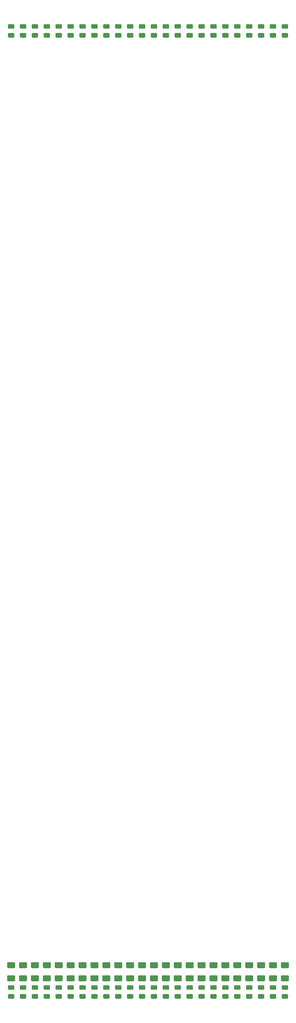
<source format=gbr>
%TF.GenerationSoftware,KiCad,Pcbnew,(5.1.10-1-10_14)*%
%TF.CreationDate,2021-10-20T12:30:06-04:00*%
%TF.ProjectId,16-bit-bus-prototype,31362d62-6974-42d6-9275-732d70726f74,rev?*%
%TF.SameCoordinates,Original*%
%TF.FileFunction,Paste,Top*%
%TF.FilePolarity,Positive*%
%FSLAX46Y46*%
G04 Gerber Fmt 4.6, Leading zero omitted, Abs format (unit mm)*
G04 Created by KiCad (PCBNEW (5.1.10-1-10_14)) date 2021-10-20 12:30:06*
%MOMM*%
%LPD*%
G01*
G04 APERTURE LIST*
G04 APERTURE END LIST*
%TO.C,R48*%
G36*
G01*
X129083750Y-87572000D02*
X129996250Y-87572000D01*
G75*
G02*
X130240000Y-87815750I0J-243750D01*
G01*
X130240000Y-88303250D01*
G75*
G02*
X129996250Y-88547000I-243750J0D01*
G01*
X129083750Y-88547000D01*
G75*
G02*
X128840000Y-88303250I0J243750D01*
G01*
X128840000Y-87815750D01*
G75*
G02*
X129083750Y-87572000I243750J0D01*
G01*
G37*
G36*
G01*
X129083750Y-85697000D02*
X129996250Y-85697000D01*
G75*
G02*
X130240000Y-85940750I0J-243750D01*
G01*
X130240000Y-86428250D01*
G75*
G02*
X129996250Y-86672000I-243750J0D01*
G01*
X129083750Y-86672000D01*
G75*
G02*
X128840000Y-86428250I0J243750D01*
G01*
X128840000Y-85940750D01*
G75*
G02*
X129083750Y-85697000I243750J0D01*
G01*
G37*
%TD*%
%TO.C,R47*%
G36*
G01*
X126543750Y-87572000D02*
X127456250Y-87572000D01*
G75*
G02*
X127700000Y-87815750I0J-243750D01*
G01*
X127700000Y-88303250D01*
G75*
G02*
X127456250Y-88547000I-243750J0D01*
G01*
X126543750Y-88547000D01*
G75*
G02*
X126300000Y-88303250I0J243750D01*
G01*
X126300000Y-87815750D01*
G75*
G02*
X126543750Y-87572000I243750J0D01*
G01*
G37*
G36*
G01*
X126543750Y-85697000D02*
X127456250Y-85697000D01*
G75*
G02*
X127700000Y-85940750I0J-243750D01*
G01*
X127700000Y-86428250D01*
G75*
G02*
X127456250Y-86672000I-243750J0D01*
G01*
X126543750Y-86672000D01*
G75*
G02*
X126300000Y-86428250I0J243750D01*
G01*
X126300000Y-85940750D01*
G75*
G02*
X126543750Y-85697000I243750J0D01*
G01*
G37*
%TD*%
%TO.C,R46*%
G36*
G01*
X124003750Y-87572000D02*
X124916250Y-87572000D01*
G75*
G02*
X125160000Y-87815750I0J-243750D01*
G01*
X125160000Y-88303250D01*
G75*
G02*
X124916250Y-88547000I-243750J0D01*
G01*
X124003750Y-88547000D01*
G75*
G02*
X123760000Y-88303250I0J243750D01*
G01*
X123760000Y-87815750D01*
G75*
G02*
X124003750Y-87572000I243750J0D01*
G01*
G37*
G36*
G01*
X124003750Y-85697000D02*
X124916250Y-85697000D01*
G75*
G02*
X125160000Y-85940750I0J-243750D01*
G01*
X125160000Y-86428250D01*
G75*
G02*
X124916250Y-86672000I-243750J0D01*
G01*
X124003750Y-86672000D01*
G75*
G02*
X123760000Y-86428250I0J243750D01*
G01*
X123760000Y-85940750D01*
G75*
G02*
X124003750Y-85697000I243750J0D01*
G01*
G37*
%TD*%
%TO.C,R45*%
G36*
G01*
X121463750Y-87572000D02*
X122376250Y-87572000D01*
G75*
G02*
X122620000Y-87815750I0J-243750D01*
G01*
X122620000Y-88303250D01*
G75*
G02*
X122376250Y-88547000I-243750J0D01*
G01*
X121463750Y-88547000D01*
G75*
G02*
X121220000Y-88303250I0J243750D01*
G01*
X121220000Y-87815750D01*
G75*
G02*
X121463750Y-87572000I243750J0D01*
G01*
G37*
G36*
G01*
X121463750Y-85697000D02*
X122376250Y-85697000D01*
G75*
G02*
X122620000Y-85940750I0J-243750D01*
G01*
X122620000Y-86428250D01*
G75*
G02*
X122376250Y-86672000I-243750J0D01*
G01*
X121463750Y-86672000D01*
G75*
G02*
X121220000Y-86428250I0J243750D01*
G01*
X121220000Y-85940750D01*
G75*
G02*
X121463750Y-85697000I243750J0D01*
G01*
G37*
%TD*%
%TO.C,R44*%
G36*
G01*
X118923750Y-87572000D02*
X119836250Y-87572000D01*
G75*
G02*
X120080000Y-87815750I0J-243750D01*
G01*
X120080000Y-88303250D01*
G75*
G02*
X119836250Y-88547000I-243750J0D01*
G01*
X118923750Y-88547000D01*
G75*
G02*
X118680000Y-88303250I0J243750D01*
G01*
X118680000Y-87815750D01*
G75*
G02*
X118923750Y-87572000I243750J0D01*
G01*
G37*
G36*
G01*
X118923750Y-85697000D02*
X119836250Y-85697000D01*
G75*
G02*
X120080000Y-85940750I0J-243750D01*
G01*
X120080000Y-86428250D01*
G75*
G02*
X119836250Y-86672000I-243750J0D01*
G01*
X118923750Y-86672000D01*
G75*
G02*
X118680000Y-86428250I0J243750D01*
G01*
X118680000Y-85940750D01*
G75*
G02*
X118923750Y-85697000I243750J0D01*
G01*
G37*
%TD*%
%TO.C,R43*%
G36*
G01*
X116383750Y-87572000D02*
X117296250Y-87572000D01*
G75*
G02*
X117540000Y-87815750I0J-243750D01*
G01*
X117540000Y-88303250D01*
G75*
G02*
X117296250Y-88547000I-243750J0D01*
G01*
X116383750Y-88547000D01*
G75*
G02*
X116140000Y-88303250I0J243750D01*
G01*
X116140000Y-87815750D01*
G75*
G02*
X116383750Y-87572000I243750J0D01*
G01*
G37*
G36*
G01*
X116383750Y-85697000D02*
X117296250Y-85697000D01*
G75*
G02*
X117540000Y-85940750I0J-243750D01*
G01*
X117540000Y-86428250D01*
G75*
G02*
X117296250Y-86672000I-243750J0D01*
G01*
X116383750Y-86672000D01*
G75*
G02*
X116140000Y-86428250I0J243750D01*
G01*
X116140000Y-85940750D01*
G75*
G02*
X116383750Y-85697000I243750J0D01*
G01*
G37*
%TD*%
%TO.C,R42*%
G36*
G01*
X113843750Y-87572000D02*
X114756250Y-87572000D01*
G75*
G02*
X115000000Y-87815750I0J-243750D01*
G01*
X115000000Y-88303250D01*
G75*
G02*
X114756250Y-88547000I-243750J0D01*
G01*
X113843750Y-88547000D01*
G75*
G02*
X113600000Y-88303250I0J243750D01*
G01*
X113600000Y-87815750D01*
G75*
G02*
X113843750Y-87572000I243750J0D01*
G01*
G37*
G36*
G01*
X113843750Y-85697000D02*
X114756250Y-85697000D01*
G75*
G02*
X115000000Y-85940750I0J-243750D01*
G01*
X115000000Y-86428250D01*
G75*
G02*
X114756250Y-86672000I-243750J0D01*
G01*
X113843750Y-86672000D01*
G75*
G02*
X113600000Y-86428250I0J243750D01*
G01*
X113600000Y-85940750D01*
G75*
G02*
X113843750Y-85697000I243750J0D01*
G01*
G37*
%TD*%
%TO.C,R41*%
G36*
G01*
X111303750Y-87572000D02*
X112216250Y-87572000D01*
G75*
G02*
X112460000Y-87815750I0J-243750D01*
G01*
X112460000Y-88303250D01*
G75*
G02*
X112216250Y-88547000I-243750J0D01*
G01*
X111303750Y-88547000D01*
G75*
G02*
X111060000Y-88303250I0J243750D01*
G01*
X111060000Y-87815750D01*
G75*
G02*
X111303750Y-87572000I243750J0D01*
G01*
G37*
G36*
G01*
X111303750Y-85697000D02*
X112216250Y-85697000D01*
G75*
G02*
X112460000Y-85940750I0J-243750D01*
G01*
X112460000Y-86428250D01*
G75*
G02*
X112216250Y-86672000I-243750J0D01*
G01*
X111303750Y-86672000D01*
G75*
G02*
X111060000Y-86428250I0J243750D01*
G01*
X111060000Y-85940750D01*
G75*
G02*
X111303750Y-85697000I243750J0D01*
G01*
G37*
%TD*%
%TO.C,R40*%
G36*
G01*
X108763750Y-87572000D02*
X109676250Y-87572000D01*
G75*
G02*
X109920000Y-87815750I0J-243750D01*
G01*
X109920000Y-88303250D01*
G75*
G02*
X109676250Y-88547000I-243750J0D01*
G01*
X108763750Y-88547000D01*
G75*
G02*
X108520000Y-88303250I0J243750D01*
G01*
X108520000Y-87815750D01*
G75*
G02*
X108763750Y-87572000I243750J0D01*
G01*
G37*
G36*
G01*
X108763750Y-85697000D02*
X109676250Y-85697000D01*
G75*
G02*
X109920000Y-85940750I0J-243750D01*
G01*
X109920000Y-86428250D01*
G75*
G02*
X109676250Y-86672000I-243750J0D01*
G01*
X108763750Y-86672000D01*
G75*
G02*
X108520000Y-86428250I0J243750D01*
G01*
X108520000Y-85940750D01*
G75*
G02*
X108763750Y-85697000I243750J0D01*
G01*
G37*
%TD*%
%TO.C,R39*%
G36*
G01*
X106223750Y-87572000D02*
X107136250Y-87572000D01*
G75*
G02*
X107380000Y-87815750I0J-243750D01*
G01*
X107380000Y-88303250D01*
G75*
G02*
X107136250Y-88547000I-243750J0D01*
G01*
X106223750Y-88547000D01*
G75*
G02*
X105980000Y-88303250I0J243750D01*
G01*
X105980000Y-87815750D01*
G75*
G02*
X106223750Y-87572000I243750J0D01*
G01*
G37*
G36*
G01*
X106223750Y-85697000D02*
X107136250Y-85697000D01*
G75*
G02*
X107380000Y-85940750I0J-243750D01*
G01*
X107380000Y-86428250D01*
G75*
G02*
X107136250Y-86672000I-243750J0D01*
G01*
X106223750Y-86672000D01*
G75*
G02*
X105980000Y-86428250I0J243750D01*
G01*
X105980000Y-85940750D01*
G75*
G02*
X106223750Y-85697000I243750J0D01*
G01*
G37*
%TD*%
%TO.C,R38*%
G36*
G01*
X103683750Y-87572000D02*
X104596250Y-87572000D01*
G75*
G02*
X104840000Y-87815750I0J-243750D01*
G01*
X104840000Y-88303250D01*
G75*
G02*
X104596250Y-88547000I-243750J0D01*
G01*
X103683750Y-88547000D01*
G75*
G02*
X103440000Y-88303250I0J243750D01*
G01*
X103440000Y-87815750D01*
G75*
G02*
X103683750Y-87572000I243750J0D01*
G01*
G37*
G36*
G01*
X103683750Y-85697000D02*
X104596250Y-85697000D01*
G75*
G02*
X104840000Y-85940750I0J-243750D01*
G01*
X104840000Y-86428250D01*
G75*
G02*
X104596250Y-86672000I-243750J0D01*
G01*
X103683750Y-86672000D01*
G75*
G02*
X103440000Y-86428250I0J243750D01*
G01*
X103440000Y-85940750D01*
G75*
G02*
X103683750Y-85697000I243750J0D01*
G01*
G37*
%TD*%
%TO.C,R37*%
G36*
G01*
X101143750Y-87572000D02*
X102056250Y-87572000D01*
G75*
G02*
X102300000Y-87815750I0J-243750D01*
G01*
X102300000Y-88303250D01*
G75*
G02*
X102056250Y-88547000I-243750J0D01*
G01*
X101143750Y-88547000D01*
G75*
G02*
X100900000Y-88303250I0J243750D01*
G01*
X100900000Y-87815750D01*
G75*
G02*
X101143750Y-87572000I243750J0D01*
G01*
G37*
G36*
G01*
X101143750Y-85697000D02*
X102056250Y-85697000D01*
G75*
G02*
X102300000Y-85940750I0J-243750D01*
G01*
X102300000Y-86428250D01*
G75*
G02*
X102056250Y-86672000I-243750J0D01*
G01*
X101143750Y-86672000D01*
G75*
G02*
X100900000Y-86428250I0J243750D01*
G01*
X100900000Y-85940750D01*
G75*
G02*
X101143750Y-85697000I243750J0D01*
G01*
G37*
%TD*%
%TO.C,R36*%
G36*
G01*
X98603750Y-87572000D02*
X99516250Y-87572000D01*
G75*
G02*
X99760000Y-87815750I0J-243750D01*
G01*
X99760000Y-88303250D01*
G75*
G02*
X99516250Y-88547000I-243750J0D01*
G01*
X98603750Y-88547000D01*
G75*
G02*
X98360000Y-88303250I0J243750D01*
G01*
X98360000Y-87815750D01*
G75*
G02*
X98603750Y-87572000I243750J0D01*
G01*
G37*
G36*
G01*
X98603750Y-85697000D02*
X99516250Y-85697000D01*
G75*
G02*
X99760000Y-85940750I0J-243750D01*
G01*
X99760000Y-86428250D01*
G75*
G02*
X99516250Y-86672000I-243750J0D01*
G01*
X98603750Y-86672000D01*
G75*
G02*
X98360000Y-86428250I0J243750D01*
G01*
X98360000Y-85940750D01*
G75*
G02*
X98603750Y-85697000I243750J0D01*
G01*
G37*
%TD*%
%TO.C,R35*%
G36*
G01*
X96063750Y-87572000D02*
X96976250Y-87572000D01*
G75*
G02*
X97220000Y-87815750I0J-243750D01*
G01*
X97220000Y-88303250D01*
G75*
G02*
X96976250Y-88547000I-243750J0D01*
G01*
X96063750Y-88547000D01*
G75*
G02*
X95820000Y-88303250I0J243750D01*
G01*
X95820000Y-87815750D01*
G75*
G02*
X96063750Y-87572000I243750J0D01*
G01*
G37*
G36*
G01*
X96063750Y-85697000D02*
X96976250Y-85697000D01*
G75*
G02*
X97220000Y-85940750I0J-243750D01*
G01*
X97220000Y-86428250D01*
G75*
G02*
X96976250Y-86672000I-243750J0D01*
G01*
X96063750Y-86672000D01*
G75*
G02*
X95820000Y-86428250I0J243750D01*
G01*
X95820000Y-85940750D01*
G75*
G02*
X96063750Y-85697000I243750J0D01*
G01*
G37*
%TD*%
%TO.C,R34*%
G36*
G01*
X93523750Y-87572000D02*
X94436250Y-87572000D01*
G75*
G02*
X94680000Y-87815750I0J-243750D01*
G01*
X94680000Y-88303250D01*
G75*
G02*
X94436250Y-88547000I-243750J0D01*
G01*
X93523750Y-88547000D01*
G75*
G02*
X93280000Y-88303250I0J243750D01*
G01*
X93280000Y-87815750D01*
G75*
G02*
X93523750Y-87572000I243750J0D01*
G01*
G37*
G36*
G01*
X93523750Y-85697000D02*
X94436250Y-85697000D01*
G75*
G02*
X94680000Y-85940750I0J-243750D01*
G01*
X94680000Y-86428250D01*
G75*
G02*
X94436250Y-86672000I-243750J0D01*
G01*
X93523750Y-86672000D01*
G75*
G02*
X93280000Y-86428250I0J243750D01*
G01*
X93280000Y-85940750D01*
G75*
G02*
X93523750Y-85697000I243750J0D01*
G01*
G37*
%TD*%
%TO.C,R33*%
G36*
G01*
X90983750Y-87572000D02*
X91896250Y-87572000D01*
G75*
G02*
X92140000Y-87815750I0J-243750D01*
G01*
X92140000Y-88303250D01*
G75*
G02*
X91896250Y-88547000I-243750J0D01*
G01*
X90983750Y-88547000D01*
G75*
G02*
X90740000Y-88303250I0J243750D01*
G01*
X90740000Y-87815750D01*
G75*
G02*
X90983750Y-87572000I243750J0D01*
G01*
G37*
G36*
G01*
X90983750Y-85697000D02*
X91896250Y-85697000D01*
G75*
G02*
X92140000Y-85940750I0J-243750D01*
G01*
X92140000Y-86428250D01*
G75*
G02*
X91896250Y-86672000I-243750J0D01*
G01*
X90983750Y-86672000D01*
G75*
G02*
X90740000Y-86428250I0J243750D01*
G01*
X90740000Y-85940750D01*
G75*
G02*
X90983750Y-85697000I243750J0D01*
G01*
G37*
%TD*%
%TO.C,R32*%
G36*
G01*
X88443750Y-87572000D02*
X89356250Y-87572000D01*
G75*
G02*
X89600000Y-87815750I0J-243750D01*
G01*
X89600000Y-88303250D01*
G75*
G02*
X89356250Y-88547000I-243750J0D01*
G01*
X88443750Y-88547000D01*
G75*
G02*
X88200000Y-88303250I0J243750D01*
G01*
X88200000Y-87815750D01*
G75*
G02*
X88443750Y-87572000I243750J0D01*
G01*
G37*
G36*
G01*
X88443750Y-85697000D02*
X89356250Y-85697000D01*
G75*
G02*
X89600000Y-85940750I0J-243750D01*
G01*
X89600000Y-86428250D01*
G75*
G02*
X89356250Y-86672000I-243750J0D01*
G01*
X88443750Y-86672000D01*
G75*
G02*
X88200000Y-86428250I0J243750D01*
G01*
X88200000Y-85940750D01*
G75*
G02*
X88443750Y-85697000I243750J0D01*
G01*
G37*
%TD*%
%TO.C,R31*%
G36*
G01*
X85903750Y-87572000D02*
X86816250Y-87572000D01*
G75*
G02*
X87060000Y-87815750I0J-243750D01*
G01*
X87060000Y-88303250D01*
G75*
G02*
X86816250Y-88547000I-243750J0D01*
G01*
X85903750Y-88547000D01*
G75*
G02*
X85660000Y-88303250I0J243750D01*
G01*
X85660000Y-87815750D01*
G75*
G02*
X85903750Y-87572000I243750J0D01*
G01*
G37*
G36*
G01*
X85903750Y-85697000D02*
X86816250Y-85697000D01*
G75*
G02*
X87060000Y-85940750I0J-243750D01*
G01*
X87060000Y-86428250D01*
G75*
G02*
X86816250Y-86672000I-243750J0D01*
G01*
X85903750Y-86672000D01*
G75*
G02*
X85660000Y-86428250I0J243750D01*
G01*
X85660000Y-85940750D01*
G75*
G02*
X85903750Y-85697000I243750J0D01*
G01*
G37*
%TD*%
%TO.C,R30*%
G36*
G01*
X83363750Y-87572000D02*
X84276250Y-87572000D01*
G75*
G02*
X84520000Y-87815750I0J-243750D01*
G01*
X84520000Y-88303250D01*
G75*
G02*
X84276250Y-88547000I-243750J0D01*
G01*
X83363750Y-88547000D01*
G75*
G02*
X83120000Y-88303250I0J243750D01*
G01*
X83120000Y-87815750D01*
G75*
G02*
X83363750Y-87572000I243750J0D01*
G01*
G37*
G36*
G01*
X83363750Y-85697000D02*
X84276250Y-85697000D01*
G75*
G02*
X84520000Y-85940750I0J-243750D01*
G01*
X84520000Y-86428250D01*
G75*
G02*
X84276250Y-86672000I-243750J0D01*
G01*
X83363750Y-86672000D01*
G75*
G02*
X83120000Y-86428250I0J243750D01*
G01*
X83120000Y-85940750D01*
G75*
G02*
X83363750Y-85697000I243750J0D01*
G01*
G37*
%TD*%
%TO.C,R29*%
G36*
G01*
X80823750Y-87572000D02*
X81736250Y-87572000D01*
G75*
G02*
X81980000Y-87815750I0J-243750D01*
G01*
X81980000Y-88303250D01*
G75*
G02*
X81736250Y-88547000I-243750J0D01*
G01*
X80823750Y-88547000D01*
G75*
G02*
X80580000Y-88303250I0J243750D01*
G01*
X80580000Y-87815750D01*
G75*
G02*
X80823750Y-87572000I243750J0D01*
G01*
G37*
G36*
G01*
X80823750Y-85697000D02*
X81736250Y-85697000D01*
G75*
G02*
X81980000Y-85940750I0J-243750D01*
G01*
X81980000Y-86428250D01*
G75*
G02*
X81736250Y-86672000I-243750J0D01*
G01*
X80823750Y-86672000D01*
G75*
G02*
X80580000Y-86428250I0J243750D01*
G01*
X80580000Y-85940750D01*
G75*
G02*
X80823750Y-85697000I243750J0D01*
G01*
G37*
%TD*%
%TO.C,R28*%
G36*
G01*
X78283750Y-87572000D02*
X79196250Y-87572000D01*
G75*
G02*
X79440000Y-87815750I0J-243750D01*
G01*
X79440000Y-88303250D01*
G75*
G02*
X79196250Y-88547000I-243750J0D01*
G01*
X78283750Y-88547000D01*
G75*
G02*
X78040000Y-88303250I0J243750D01*
G01*
X78040000Y-87815750D01*
G75*
G02*
X78283750Y-87572000I243750J0D01*
G01*
G37*
G36*
G01*
X78283750Y-85697000D02*
X79196250Y-85697000D01*
G75*
G02*
X79440000Y-85940750I0J-243750D01*
G01*
X79440000Y-86428250D01*
G75*
G02*
X79196250Y-86672000I-243750J0D01*
G01*
X78283750Y-86672000D01*
G75*
G02*
X78040000Y-86428250I0J243750D01*
G01*
X78040000Y-85940750D01*
G75*
G02*
X78283750Y-85697000I243750J0D01*
G01*
G37*
%TD*%
%TO.C,R27*%
G36*
G01*
X75743750Y-87572000D02*
X76656250Y-87572000D01*
G75*
G02*
X76900000Y-87815750I0J-243750D01*
G01*
X76900000Y-88303250D01*
G75*
G02*
X76656250Y-88547000I-243750J0D01*
G01*
X75743750Y-88547000D01*
G75*
G02*
X75500000Y-88303250I0J243750D01*
G01*
X75500000Y-87815750D01*
G75*
G02*
X75743750Y-87572000I243750J0D01*
G01*
G37*
G36*
G01*
X75743750Y-85697000D02*
X76656250Y-85697000D01*
G75*
G02*
X76900000Y-85940750I0J-243750D01*
G01*
X76900000Y-86428250D01*
G75*
G02*
X76656250Y-86672000I-243750J0D01*
G01*
X75743750Y-86672000D01*
G75*
G02*
X75500000Y-86428250I0J243750D01*
G01*
X75500000Y-85940750D01*
G75*
G02*
X75743750Y-85697000I243750J0D01*
G01*
G37*
%TD*%
%TO.C,R26*%
G36*
G01*
X73203750Y-87572000D02*
X74116250Y-87572000D01*
G75*
G02*
X74360000Y-87815750I0J-243750D01*
G01*
X74360000Y-88303250D01*
G75*
G02*
X74116250Y-88547000I-243750J0D01*
G01*
X73203750Y-88547000D01*
G75*
G02*
X72960000Y-88303250I0J243750D01*
G01*
X72960000Y-87815750D01*
G75*
G02*
X73203750Y-87572000I243750J0D01*
G01*
G37*
G36*
G01*
X73203750Y-85697000D02*
X74116250Y-85697000D01*
G75*
G02*
X74360000Y-85940750I0J-243750D01*
G01*
X74360000Y-86428250D01*
G75*
G02*
X74116250Y-86672000I-243750J0D01*
G01*
X73203750Y-86672000D01*
G75*
G02*
X72960000Y-86428250I0J243750D01*
G01*
X72960000Y-85940750D01*
G75*
G02*
X73203750Y-85697000I243750J0D01*
G01*
G37*
%TD*%
%TO.C,R25*%
G36*
G01*
X70663750Y-87572000D02*
X71576250Y-87572000D01*
G75*
G02*
X71820000Y-87815750I0J-243750D01*
G01*
X71820000Y-88303250D01*
G75*
G02*
X71576250Y-88547000I-243750J0D01*
G01*
X70663750Y-88547000D01*
G75*
G02*
X70420000Y-88303250I0J243750D01*
G01*
X70420000Y-87815750D01*
G75*
G02*
X70663750Y-87572000I243750J0D01*
G01*
G37*
G36*
G01*
X70663750Y-85697000D02*
X71576250Y-85697000D01*
G75*
G02*
X71820000Y-85940750I0J-243750D01*
G01*
X71820000Y-86428250D01*
G75*
G02*
X71576250Y-86672000I-243750J0D01*
G01*
X70663750Y-86672000D01*
G75*
G02*
X70420000Y-86428250I0J243750D01*
G01*
X70420000Y-85940750D01*
G75*
G02*
X70663750Y-85697000I243750J0D01*
G01*
G37*
%TD*%
%TO.C,R24*%
G36*
G01*
X70663750Y-292550000D02*
X71576250Y-292550000D01*
G75*
G02*
X71820000Y-292793750I0J-243750D01*
G01*
X71820000Y-293281250D01*
G75*
G02*
X71576250Y-293525000I-243750J0D01*
G01*
X70663750Y-293525000D01*
G75*
G02*
X70420000Y-293281250I0J243750D01*
G01*
X70420000Y-292793750D01*
G75*
G02*
X70663750Y-292550000I243750J0D01*
G01*
G37*
G36*
G01*
X70663750Y-290675000D02*
X71576250Y-290675000D01*
G75*
G02*
X71820000Y-290918750I0J-243750D01*
G01*
X71820000Y-291406250D01*
G75*
G02*
X71576250Y-291650000I-243750J0D01*
G01*
X70663750Y-291650000D01*
G75*
G02*
X70420000Y-291406250I0J243750D01*
G01*
X70420000Y-290918750D01*
G75*
G02*
X70663750Y-290675000I243750J0D01*
G01*
G37*
%TD*%
%TO.C,R23*%
G36*
G01*
X73203750Y-292550000D02*
X74116250Y-292550000D01*
G75*
G02*
X74360000Y-292793750I0J-243750D01*
G01*
X74360000Y-293281250D01*
G75*
G02*
X74116250Y-293525000I-243750J0D01*
G01*
X73203750Y-293525000D01*
G75*
G02*
X72960000Y-293281250I0J243750D01*
G01*
X72960000Y-292793750D01*
G75*
G02*
X73203750Y-292550000I243750J0D01*
G01*
G37*
G36*
G01*
X73203750Y-290675000D02*
X74116250Y-290675000D01*
G75*
G02*
X74360000Y-290918750I0J-243750D01*
G01*
X74360000Y-291406250D01*
G75*
G02*
X74116250Y-291650000I-243750J0D01*
G01*
X73203750Y-291650000D01*
G75*
G02*
X72960000Y-291406250I0J243750D01*
G01*
X72960000Y-290918750D01*
G75*
G02*
X73203750Y-290675000I243750J0D01*
G01*
G37*
%TD*%
%TO.C,R22*%
G36*
G01*
X75743750Y-292550000D02*
X76656250Y-292550000D01*
G75*
G02*
X76900000Y-292793750I0J-243750D01*
G01*
X76900000Y-293281250D01*
G75*
G02*
X76656250Y-293525000I-243750J0D01*
G01*
X75743750Y-293525000D01*
G75*
G02*
X75500000Y-293281250I0J243750D01*
G01*
X75500000Y-292793750D01*
G75*
G02*
X75743750Y-292550000I243750J0D01*
G01*
G37*
G36*
G01*
X75743750Y-290675000D02*
X76656250Y-290675000D01*
G75*
G02*
X76900000Y-290918750I0J-243750D01*
G01*
X76900000Y-291406250D01*
G75*
G02*
X76656250Y-291650000I-243750J0D01*
G01*
X75743750Y-291650000D01*
G75*
G02*
X75500000Y-291406250I0J243750D01*
G01*
X75500000Y-290918750D01*
G75*
G02*
X75743750Y-290675000I243750J0D01*
G01*
G37*
%TD*%
%TO.C,R21*%
G36*
G01*
X78283750Y-292550000D02*
X79196250Y-292550000D01*
G75*
G02*
X79440000Y-292793750I0J-243750D01*
G01*
X79440000Y-293281250D01*
G75*
G02*
X79196250Y-293525000I-243750J0D01*
G01*
X78283750Y-293525000D01*
G75*
G02*
X78040000Y-293281250I0J243750D01*
G01*
X78040000Y-292793750D01*
G75*
G02*
X78283750Y-292550000I243750J0D01*
G01*
G37*
G36*
G01*
X78283750Y-290675000D02*
X79196250Y-290675000D01*
G75*
G02*
X79440000Y-290918750I0J-243750D01*
G01*
X79440000Y-291406250D01*
G75*
G02*
X79196250Y-291650000I-243750J0D01*
G01*
X78283750Y-291650000D01*
G75*
G02*
X78040000Y-291406250I0J243750D01*
G01*
X78040000Y-290918750D01*
G75*
G02*
X78283750Y-290675000I243750J0D01*
G01*
G37*
%TD*%
%TO.C,R20*%
G36*
G01*
X80823750Y-292550000D02*
X81736250Y-292550000D01*
G75*
G02*
X81980000Y-292793750I0J-243750D01*
G01*
X81980000Y-293281250D01*
G75*
G02*
X81736250Y-293525000I-243750J0D01*
G01*
X80823750Y-293525000D01*
G75*
G02*
X80580000Y-293281250I0J243750D01*
G01*
X80580000Y-292793750D01*
G75*
G02*
X80823750Y-292550000I243750J0D01*
G01*
G37*
G36*
G01*
X80823750Y-290675000D02*
X81736250Y-290675000D01*
G75*
G02*
X81980000Y-290918750I0J-243750D01*
G01*
X81980000Y-291406250D01*
G75*
G02*
X81736250Y-291650000I-243750J0D01*
G01*
X80823750Y-291650000D01*
G75*
G02*
X80580000Y-291406250I0J243750D01*
G01*
X80580000Y-290918750D01*
G75*
G02*
X80823750Y-290675000I243750J0D01*
G01*
G37*
%TD*%
%TO.C,R19*%
G36*
G01*
X83363750Y-292550000D02*
X84276250Y-292550000D01*
G75*
G02*
X84520000Y-292793750I0J-243750D01*
G01*
X84520000Y-293281250D01*
G75*
G02*
X84276250Y-293525000I-243750J0D01*
G01*
X83363750Y-293525000D01*
G75*
G02*
X83120000Y-293281250I0J243750D01*
G01*
X83120000Y-292793750D01*
G75*
G02*
X83363750Y-292550000I243750J0D01*
G01*
G37*
G36*
G01*
X83363750Y-290675000D02*
X84276250Y-290675000D01*
G75*
G02*
X84520000Y-290918750I0J-243750D01*
G01*
X84520000Y-291406250D01*
G75*
G02*
X84276250Y-291650000I-243750J0D01*
G01*
X83363750Y-291650000D01*
G75*
G02*
X83120000Y-291406250I0J243750D01*
G01*
X83120000Y-290918750D01*
G75*
G02*
X83363750Y-290675000I243750J0D01*
G01*
G37*
%TD*%
%TO.C,R18*%
G36*
G01*
X85903750Y-292550000D02*
X86816250Y-292550000D01*
G75*
G02*
X87060000Y-292793750I0J-243750D01*
G01*
X87060000Y-293281250D01*
G75*
G02*
X86816250Y-293525000I-243750J0D01*
G01*
X85903750Y-293525000D01*
G75*
G02*
X85660000Y-293281250I0J243750D01*
G01*
X85660000Y-292793750D01*
G75*
G02*
X85903750Y-292550000I243750J0D01*
G01*
G37*
G36*
G01*
X85903750Y-290675000D02*
X86816250Y-290675000D01*
G75*
G02*
X87060000Y-290918750I0J-243750D01*
G01*
X87060000Y-291406250D01*
G75*
G02*
X86816250Y-291650000I-243750J0D01*
G01*
X85903750Y-291650000D01*
G75*
G02*
X85660000Y-291406250I0J243750D01*
G01*
X85660000Y-290918750D01*
G75*
G02*
X85903750Y-290675000I243750J0D01*
G01*
G37*
%TD*%
%TO.C,R17*%
G36*
G01*
X88443750Y-292550000D02*
X89356250Y-292550000D01*
G75*
G02*
X89600000Y-292793750I0J-243750D01*
G01*
X89600000Y-293281250D01*
G75*
G02*
X89356250Y-293525000I-243750J0D01*
G01*
X88443750Y-293525000D01*
G75*
G02*
X88200000Y-293281250I0J243750D01*
G01*
X88200000Y-292793750D01*
G75*
G02*
X88443750Y-292550000I243750J0D01*
G01*
G37*
G36*
G01*
X88443750Y-290675000D02*
X89356250Y-290675000D01*
G75*
G02*
X89600000Y-290918750I0J-243750D01*
G01*
X89600000Y-291406250D01*
G75*
G02*
X89356250Y-291650000I-243750J0D01*
G01*
X88443750Y-291650000D01*
G75*
G02*
X88200000Y-291406250I0J243750D01*
G01*
X88200000Y-290918750D01*
G75*
G02*
X88443750Y-290675000I243750J0D01*
G01*
G37*
%TD*%
%TO.C,R16*%
G36*
G01*
X90983750Y-292550000D02*
X91896250Y-292550000D01*
G75*
G02*
X92140000Y-292793750I0J-243750D01*
G01*
X92140000Y-293281250D01*
G75*
G02*
X91896250Y-293525000I-243750J0D01*
G01*
X90983750Y-293525000D01*
G75*
G02*
X90740000Y-293281250I0J243750D01*
G01*
X90740000Y-292793750D01*
G75*
G02*
X90983750Y-292550000I243750J0D01*
G01*
G37*
G36*
G01*
X90983750Y-290675000D02*
X91896250Y-290675000D01*
G75*
G02*
X92140000Y-290918750I0J-243750D01*
G01*
X92140000Y-291406250D01*
G75*
G02*
X91896250Y-291650000I-243750J0D01*
G01*
X90983750Y-291650000D01*
G75*
G02*
X90740000Y-291406250I0J243750D01*
G01*
X90740000Y-290918750D01*
G75*
G02*
X90983750Y-290675000I243750J0D01*
G01*
G37*
%TD*%
%TO.C,R15*%
G36*
G01*
X93523750Y-292550000D02*
X94436250Y-292550000D01*
G75*
G02*
X94680000Y-292793750I0J-243750D01*
G01*
X94680000Y-293281250D01*
G75*
G02*
X94436250Y-293525000I-243750J0D01*
G01*
X93523750Y-293525000D01*
G75*
G02*
X93280000Y-293281250I0J243750D01*
G01*
X93280000Y-292793750D01*
G75*
G02*
X93523750Y-292550000I243750J0D01*
G01*
G37*
G36*
G01*
X93523750Y-290675000D02*
X94436250Y-290675000D01*
G75*
G02*
X94680000Y-290918750I0J-243750D01*
G01*
X94680000Y-291406250D01*
G75*
G02*
X94436250Y-291650000I-243750J0D01*
G01*
X93523750Y-291650000D01*
G75*
G02*
X93280000Y-291406250I0J243750D01*
G01*
X93280000Y-290918750D01*
G75*
G02*
X93523750Y-290675000I243750J0D01*
G01*
G37*
%TD*%
%TO.C,R14*%
G36*
G01*
X96063750Y-292550000D02*
X96976250Y-292550000D01*
G75*
G02*
X97220000Y-292793750I0J-243750D01*
G01*
X97220000Y-293281250D01*
G75*
G02*
X96976250Y-293525000I-243750J0D01*
G01*
X96063750Y-293525000D01*
G75*
G02*
X95820000Y-293281250I0J243750D01*
G01*
X95820000Y-292793750D01*
G75*
G02*
X96063750Y-292550000I243750J0D01*
G01*
G37*
G36*
G01*
X96063750Y-290675000D02*
X96976250Y-290675000D01*
G75*
G02*
X97220000Y-290918750I0J-243750D01*
G01*
X97220000Y-291406250D01*
G75*
G02*
X96976250Y-291650000I-243750J0D01*
G01*
X96063750Y-291650000D01*
G75*
G02*
X95820000Y-291406250I0J243750D01*
G01*
X95820000Y-290918750D01*
G75*
G02*
X96063750Y-290675000I243750J0D01*
G01*
G37*
%TD*%
%TO.C,R13*%
G36*
G01*
X98603750Y-292550000D02*
X99516250Y-292550000D01*
G75*
G02*
X99760000Y-292793750I0J-243750D01*
G01*
X99760000Y-293281250D01*
G75*
G02*
X99516250Y-293525000I-243750J0D01*
G01*
X98603750Y-293525000D01*
G75*
G02*
X98360000Y-293281250I0J243750D01*
G01*
X98360000Y-292793750D01*
G75*
G02*
X98603750Y-292550000I243750J0D01*
G01*
G37*
G36*
G01*
X98603750Y-290675000D02*
X99516250Y-290675000D01*
G75*
G02*
X99760000Y-290918750I0J-243750D01*
G01*
X99760000Y-291406250D01*
G75*
G02*
X99516250Y-291650000I-243750J0D01*
G01*
X98603750Y-291650000D01*
G75*
G02*
X98360000Y-291406250I0J243750D01*
G01*
X98360000Y-290918750D01*
G75*
G02*
X98603750Y-290675000I243750J0D01*
G01*
G37*
%TD*%
%TO.C,R12*%
G36*
G01*
X101143750Y-292550000D02*
X102056250Y-292550000D01*
G75*
G02*
X102300000Y-292793750I0J-243750D01*
G01*
X102300000Y-293281250D01*
G75*
G02*
X102056250Y-293525000I-243750J0D01*
G01*
X101143750Y-293525000D01*
G75*
G02*
X100900000Y-293281250I0J243750D01*
G01*
X100900000Y-292793750D01*
G75*
G02*
X101143750Y-292550000I243750J0D01*
G01*
G37*
G36*
G01*
X101143750Y-290675000D02*
X102056250Y-290675000D01*
G75*
G02*
X102300000Y-290918750I0J-243750D01*
G01*
X102300000Y-291406250D01*
G75*
G02*
X102056250Y-291650000I-243750J0D01*
G01*
X101143750Y-291650000D01*
G75*
G02*
X100900000Y-291406250I0J243750D01*
G01*
X100900000Y-290918750D01*
G75*
G02*
X101143750Y-290675000I243750J0D01*
G01*
G37*
%TD*%
%TO.C,R11*%
G36*
G01*
X103683750Y-292550000D02*
X104596250Y-292550000D01*
G75*
G02*
X104840000Y-292793750I0J-243750D01*
G01*
X104840000Y-293281250D01*
G75*
G02*
X104596250Y-293525000I-243750J0D01*
G01*
X103683750Y-293525000D01*
G75*
G02*
X103440000Y-293281250I0J243750D01*
G01*
X103440000Y-292793750D01*
G75*
G02*
X103683750Y-292550000I243750J0D01*
G01*
G37*
G36*
G01*
X103683750Y-290675000D02*
X104596250Y-290675000D01*
G75*
G02*
X104840000Y-290918750I0J-243750D01*
G01*
X104840000Y-291406250D01*
G75*
G02*
X104596250Y-291650000I-243750J0D01*
G01*
X103683750Y-291650000D01*
G75*
G02*
X103440000Y-291406250I0J243750D01*
G01*
X103440000Y-290918750D01*
G75*
G02*
X103683750Y-290675000I243750J0D01*
G01*
G37*
%TD*%
%TO.C,R10*%
G36*
G01*
X106223750Y-292550000D02*
X107136250Y-292550000D01*
G75*
G02*
X107380000Y-292793750I0J-243750D01*
G01*
X107380000Y-293281250D01*
G75*
G02*
X107136250Y-293525000I-243750J0D01*
G01*
X106223750Y-293525000D01*
G75*
G02*
X105980000Y-293281250I0J243750D01*
G01*
X105980000Y-292793750D01*
G75*
G02*
X106223750Y-292550000I243750J0D01*
G01*
G37*
G36*
G01*
X106223750Y-290675000D02*
X107136250Y-290675000D01*
G75*
G02*
X107380000Y-290918750I0J-243750D01*
G01*
X107380000Y-291406250D01*
G75*
G02*
X107136250Y-291650000I-243750J0D01*
G01*
X106223750Y-291650000D01*
G75*
G02*
X105980000Y-291406250I0J243750D01*
G01*
X105980000Y-290918750D01*
G75*
G02*
X106223750Y-290675000I243750J0D01*
G01*
G37*
%TD*%
%TO.C,R9*%
G36*
G01*
X108763750Y-292550000D02*
X109676250Y-292550000D01*
G75*
G02*
X109920000Y-292793750I0J-243750D01*
G01*
X109920000Y-293281250D01*
G75*
G02*
X109676250Y-293525000I-243750J0D01*
G01*
X108763750Y-293525000D01*
G75*
G02*
X108520000Y-293281250I0J243750D01*
G01*
X108520000Y-292793750D01*
G75*
G02*
X108763750Y-292550000I243750J0D01*
G01*
G37*
G36*
G01*
X108763750Y-290675000D02*
X109676250Y-290675000D01*
G75*
G02*
X109920000Y-290918750I0J-243750D01*
G01*
X109920000Y-291406250D01*
G75*
G02*
X109676250Y-291650000I-243750J0D01*
G01*
X108763750Y-291650000D01*
G75*
G02*
X108520000Y-291406250I0J243750D01*
G01*
X108520000Y-290918750D01*
G75*
G02*
X108763750Y-290675000I243750J0D01*
G01*
G37*
%TD*%
%TO.C,R8*%
G36*
G01*
X111303750Y-292550000D02*
X112216250Y-292550000D01*
G75*
G02*
X112460000Y-292793750I0J-243750D01*
G01*
X112460000Y-293281250D01*
G75*
G02*
X112216250Y-293525000I-243750J0D01*
G01*
X111303750Y-293525000D01*
G75*
G02*
X111060000Y-293281250I0J243750D01*
G01*
X111060000Y-292793750D01*
G75*
G02*
X111303750Y-292550000I243750J0D01*
G01*
G37*
G36*
G01*
X111303750Y-290675000D02*
X112216250Y-290675000D01*
G75*
G02*
X112460000Y-290918750I0J-243750D01*
G01*
X112460000Y-291406250D01*
G75*
G02*
X112216250Y-291650000I-243750J0D01*
G01*
X111303750Y-291650000D01*
G75*
G02*
X111060000Y-291406250I0J243750D01*
G01*
X111060000Y-290918750D01*
G75*
G02*
X111303750Y-290675000I243750J0D01*
G01*
G37*
%TD*%
%TO.C,R7*%
G36*
G01*
X113843750Y-292550000D02*
X114756250Y-292550000D01*
G75*
G02*
X115000000Y-292793750I0J-243750D01*
G01*
X115000000Y-293281250D01*
G75*
G02*
X114756250Y-293525000I-243750J0D01*
G01*
X113843750Y-293525000D01*
G75*
G02*
X113600000Y-293281250I0J243750D01*
G01*
X113600000Y-292793750D01*
G75*
G02*
X113843750Y-292550000I243750J0D01*
G01*
G37*
G36*
G01*
X113843750Y-290675000D02*
X114756250Y-290675000D01*
G75*
G02*
X115000000Y-290918750I0J-243750D01*
G01*
X115000000Y-291406250D01*
G75*
G02*
X114756250Y-291650000I-243750J0D01*
G01*
X113843750Y-291650000D01*
G75*
G02*
X113600000Y-291406250I0J243750D01*
G01*
X113600000Y-290918750D01*
G75*
G02*
X113843750Y-290675000I243750J0D01*
G01*
G37*
%TD*%
%TO.C,R6*%
G36*
G01*
X116383750Y-292550000D02*
X117296250Y-292550000D01*
G75*
G02*
X117540000Y-292793750I0J-243750D01*
G01*
X117540000Y-293281250D01*
G75*
G02*
X117296250Y-293525000I-243750J0D01*
G01*
X116383750Y-293525000D01*
G75*
G02*
X116140000Y-293281250I0J243750D01*
G01*
X116140000Y-292793750D01*
G75*
G02*
X116383750Y-292550000I243750J0D01*
G01*
G37*
G36*
G01*
X116383750Y-290675000D02*
X117296250Y-290675000D01*
G75*
G02*
X117540000Y-290918750I0J-243750D01*
G01*
X117540000Y-291406250D01*
G75*
G02*
X117296250Y-291650000I-243750J0D01*
G01*
X116383750Y-291650000D01*
G75*
G02*
X116140000Y-291406250I0J243750D01*
G01*
X116140000Y-290918750D01*
G75*
G02*
X116383750Y-290675000I243750J0D01*
G01*
G37*
%TD*%
%TO.C,R5*%
G36*
G01*
X118923750Y-292550000D02*
X119836250Y-292550000D01*
G75*
G02*
X120080000Y-292793750I0J-243750D01*
G01*
X120080000Y-293281250D01*
G75*
G02*
X119836250Y-293525000I-243750J0D01*
G01*
X118923750Y-293525000D01*
G75*
G02*
X118680000Y-293281250I0J243750D01*
G01*
X118680000Y-292793750D01*
G75*
G02*
X118923750Y-292550000I243750J0D01*
G01*
G37*
G36*
G01*
X118923750Y-290675000D02*
X119836250Y-290675000D01*
G75*
G02*
X120080000Y-290918750I0J-243750D01*
G01*
X120080000Y-291406250D01*
G75*
G02*
X119836250Y-291650000I-243750J0D01*
G01*
X118923750Y-291650000D01*
G75*
G02*
X118680000Y-291406250I0J243750D01*
G01*
X118680000Y-290918750D01*
G75*
G02*
X118923750Y-290675000I243750J0D01*
G01*
G37*
%TD*%
%TO.C,R4*%
G36*
G01*
X121463750Y-292550000D02*
X122376250Y-292550000D01*
G75*
G02*
X122620000Y-292793750I0J-243750D01*
G01*
X122620000Y-293281250D01*
G75*
G02*
X122376250Y-293525000I-243750J0D01*
G01*
X121463750Y-293525000D01*
G75*
G02*
X121220000Y-293281250I0J243750D01*
G01*
X121220000Y-292793750D01*
G75*
G02*
X121463750Y-292550000I243750J0D01*
G01*
G37*
G36*
G01*
X121463750Y-290675000D02*
X122376250Y-290675000D01*
G75*
G02*
X122620000Y-290918750I0J-243750D01*
G01*
X122620000Y-291406250D01*
G75*
G02*
X122376250Y-291650000I-243750J0D01*
G01*
X121463750Y-291650000D01*
G75*
G02*
X121220000Y-291406250I0J243750D01*
G01*
X121220000Y-290918750D01*
G75*
G02*
X121463750Y-290675000I243750J0D01*
G01*
G37*
%TD*%
%TO.C,R3*%
G36*
G01*
X124003750Y-292550000D02*
X124916250Y-292550000D01*
G75*
G02*
X125160000Y-292793750I0J-243750D01*
G01*
X125160000Y-293281250D01*
G75*
G02*
X124916250Y-293525000I-243750J0D01*
G01*
X124003750Y-293525000D01*
G75*
G02*
X123760000Y-293281250I0J243750D01*
G01*
X123760000Y-292793750D01*
G75*
G02*
X124003750Y-292550000I243750J0D01*
G01*
G37*
G36*
G01*
X124003750Y-290675000D02*
X124916250Y-290675000D01*
G75*
G02*
X125160000Y-290918750I0J-243750D01*
G01*
X125160000Y-291406250D01*
G75*
G02*
X124916250Y-291650000I-243750J0D01*
G01*
X124003750Y-291650000D01*
G75*
G02*
X123760000Y-291406250I0J243750D01*
G01*
X123760000Y-290918750D01*
G75*
G02*
X124003750Y-290675000I243750J0D01*
G01*
G37*
%TD*%
%TO.C,R2*%
G36*
G01*
X126543750Y-292550000D02*
X127456250Y-292550000D01*
G75*
G02*
X127700000Y-292793750I0J-243750D01*
G01*
X127700000Y-293281250D01*
G75*
G02*
X127456250Y-293525000I-243750J0D01*
G01*
X126543750Y-293525000D01*
G75*
G02*
X126300000Y-293281250I0J243750D01*
G01*
X126300000Y-292793750D01*
G75*
G02*
X126543750Y-292550000I243750J0D01*
G01*
G37*
G36*
G01*
X126543750Y-290675000D02*
X127456250Y-290675000D01*
G75*
G02*
X127700000Y-290918750I0J-243750D01*
G01*
X127700000Y-291406250D01*
G75*
G02*
X127456250Y-291650000I-243750J0D01*
G01*
X126543750Y-291650000D01*
G75*
G02*
X126300000Y-291406250I0J243750D01*
G01*
X126300000Y-290918750D01*
G75*
G02*
X126543750Y-290675000I243750J0D01*
G01*
G37*
%TD*%
%TO.C,D24*%
G36*
G01*
X71745000Y-287007000D02*
X70495000Y-287007000D01*
G75*
G02*
X70245000Y-286757000I0J250000D01*
G01*
X70245000Y-286007000D01*
G75*
G02*
X70495000Y-285757000I250000J0D01*
G01*
X71745000Y-285757000D01*
G75*
G02*
X71995000Y-286007000I0J-250000D01*
G01*
X71995000Y-286757000D01*
G75*
G02*
X71745000Y-287007000I-250000J0D01*
G01*
G37*
G36*
G01*
X71745000Y-289807000D02*
X70495000Y-289807000D01*
G75*
G02*
X70245000Y-289557000I0J250000D01*
G01*
X70245000Y-288807000D01*
G75*
G02*
X70495000Y-288557000I250000J0D01*
G01*
X71745000Y-288557000D01*
G75*
G02*
X71995000Y-288807000I0J-250000D01*
G01*
X71995000Y-289557000D01*
G75*
G02*
X71745000Y-289807000I-250000J0D01*
G01*
G37*
%TD*%
%TO.C,D23*%
G36*
G01*
X74285000Y-287007000D02*
X73035000Y-287007000D01*
G75*
G02*
X72785000Y-286757000I0J250000D01*
G01*
X72785000Y-286007000D01*
G75*
G02*
X73035000Y-285757000I250000J0D01*
G01*
X74285000Y-285757000D01*
G75*
G02*
X74535000Y-286007000I0J-250000D01*
G01*
X74535000Y-286757000D01*
G75*
G02*
X74285000Y-287007000I-250000J0D01*
G01*
G37*
G36*
G01*
X74285000Y-289807000D02*
X73035000Y-289807000D01*
G75*
G02*
X72785000Y-289557000I0J250000D01*
G01*
X72785000Y-288807000D01*
G75*
G02*
X73035000Y-288557000I250000J0D01*
G01*
X74285000Y-288557000D01*
G75*
G02*
X74535000Y-288807000I0J-250000D01*
G01*
X74535000Y-289557000D01*
G75*
G02*
X74285000Y-289807000I-250000J0D01*
G01*
G37*
%TD*%
%TO.C,D22*%
G36*
G01*
X76825000Y-287007000D02*
X75575000Y-287007000D01*
G75*
G02*
X75325000Y-286757000I0J250000D01*
G01*
X75325000Y-286007000D01*
G75*
G02*
X75575000Y-285757000I250000J0D01*
G01*
X76825000Y-285757000D01*
G75*
G02*
X77075000Y-286007000I0J-250000D01*
G01*
X77075000Y-286757000D01*
G75*
G02*
X76825000Y-287007000I-250000J0D01*
G01*
G37*
G36*
G01*
X76825000Y-289807000D02*
X75575000Y-289807000D01*
G75*
G02*
X75325000Y-289557000I0J250000D01*
G01*
X75325000Y-288807000D01*
G75*
G02*
X75575000Y-288557000I250000J0D01*
G01*
X76825000Y-288557000D01*
G75*
G02*
X77075000Y-288807000I0J-250000D01*
G01*
X77075000Y-289557000D01*
G75*
G02*
X76825000Y-289807000I-250000J0D01*
G01*
G37*
%TD*%
%TO.C,D21*%
G36*
G01*
X79365000Y-287007000D02*
X78115000Y-287007000D01*
G75*
G02*
X77865000Y-286757000I0J250000D01*
G01*
X77865000Y-286007000D01*
G75*
G02*
X78115000Y-285757000I250000J0D01*
G01*
X79365000Y-285757000D01*
G75*
G02*
X79615000Y-286007000I0J-250000D01*
G01*
X79615000Y-286757000D01*
G75*
G02*
X79365000Y-287007000I-250000J0D01*
G01*
G37*
G36*
G01*
X79365000Y-289807000D02*
X78115000Y-289807000D01*
G75*
G02*
X77865000Y-289557000I0J250000D01*
G01*
X77865000Y-288807000D01*
G75*
G02*
X78115000Y-288557000I250000J0D01*
G01*
X79365000Y-288557000D01*
G75*
G02*
X79615000Y-288807000I0J-250000D01*
G01*
X79615000Y-289557000D01*
G75*
G02*
X79365000Y-289807000I-250000J0D01*
G01*
G37*
%TD*%
%TO.C,D20*%
G36*
G01*
X81905000Y-287007000D02*
X80655000Y-287007000D01*
G75*
G02*
X80405000Y-286757000I0J250000D01*
G01*
X80405000Y-286007000D01*
G75*
G02*
X80655000Y-285757000I250000J0D01*
G01*
X81905000Y-285757000D01*
G75*
G02*
X82155000Y-286007000I0J-250000D01*
G01*
X82155000Y-286757000D01*
G75*
G02*
X81905000Y-287007000I-250000J0D01*
G01*
G37*
G36*
G01*
X81905000Y-289807000D02*
X80655000Y-289807000D01*
G75*
G02*
X80405000Y-289557000I0J250000D01*
G01*
X80405000Y-288807000D01*
G75*
G02*
X80655000Y-288557000I250000J0D01*
G01*
X81905000Y-288557000D01*
G75*
G02*
X82155000Y-288807000I0J-250000D01*
G01*
X82155000Y-289557000D01*
G75*
G02*
X81905000Y-289807000I-250000J0D01*
G01*
G37*
%TD*%
%TO.C,D19*%
G36*
G01*
X84445000Y-287007000D02*
X83195000Y-287007000D01*
G75*
G02*
X82945000Y-286757000I0J250000D01*
G01*
X82945000Y-286007000D01*
G75*
G02*
X83195000Y-285757000I250000J0D01*
G01*
X84445000Y-285757000D01*
G75*
G02*
X84695000Y-286007000I0J-250000D01*
G01*
X84695000Y-286757000D01*
G75*
G02*
X84445000Y-287007000I-250000J0D01*
G01*
G37*
G36*
G01*
X84445000Y-289807000D02*
X83195000Y-289807000D01*
G75*
G02*
X82945000Y-289557000I0J250000D01*
G01*
X82945000Y-288807000D01*
G75*
G02*
X83195000Y-288557000I250000J0D01*
G01*
X84445000Y-288557000D01*
G75*
G02*
X84695000Y-288807000I0J-250000D01*
G01*
X84695000Y-289557000D01*
G75*
G02*
X84445000Y-289807000I-250000J0D01*
G01*
G37*
%TD*%
%TO.C,D18*%
G36*
G01*
X86985000Y-287007000D02*
X85735000Y-287007000D01*
G75*
G02*
X85485000Y-286757000I0J250000D01*
G01*
X85485000Y-286007000D01*
G75*
G02*
X85735000Y-285757000I250000J0D01*
G01*
X86985000Y-285757000D01*
G75*
G02*
X87235000Y-286007000I0J-250000D01*
G01*
X87235000Y-286757000D01*
G75*
G02*
X86985000Y-287007000I-250000J0D01*
G01*
G37*
G36*
G01*
X86985000Y-289807000D02*
X85735000Y-289807000D01*
G75*
G02*
X85485000Y-289557000I0J250000D01*
G01*
X85485000Y-288807000D01*
G75*
G02*
X85735000Y-288557000I250000J0D01*
G01*
X86985000Y-288557000D01*
G75*
G02*
X87235000Y-288807000I0J-250000D01*
G01*
X87235000Y-289557000D01*
G75*
G02*
X86985000Y-289807000I-250000J0D01*
G01*
G37*
%TD*%
%TO.C,D17*%
G36*
G01*
X89525000Y-287007000D02*
X88275000Y-287007000D01*
G75*
G02*
X88025000Y-286757000I0J250000D01*
G01*
X88025000Y-286007000D01*
G75*
G02*
X88275000Y-285757000I250000J0D01*
G01*
X89525000Y-285757000D01*
G75*
G02*
X89775000Y-286007000I0J-250000D01*
G01*
X89775000Y-286757000D01*
G75*
G02*
X89525000Y-287007000I-250000J0D01*
G01*
G37*
G36*
G01*
X89525000Y-289807000D02*
X88275000Y-289807000D01*
G75*
G02*
X88025000Y-289557000I0J250000D01*
G01*
X88025000Y-288807000D01*
G75*
G02*
X88275000Y-288557000I250000J0D01*
G01*
X89525000Y-288557000D01*
G75*
G02*
X89775000Y-288807000I0J-250000D01*
G01*
X89775000Y-289557000D01*
G75*
G02*
X89525000Y-289807000I-250000J0D01*
G01*
G37*
%TD*%
%TO.C,D16*%
G36*
G01*
X92065000Y-287007000D02*
X90815000Y-287007000D01*
G75*
G02*
X90565000Y-286757000I0J250000D01*
G01*
X90565000Y-286007000D01*
G75*
G02*
X90815000Y-285757000I250000J0D01*
G01*
X92065000Y-285757000D01*
G75*
G02*
X92315000Y-286007000I0J-250000D01*
G01*
X92315000Y-286757000D01*
G75*
G02*
X92065000Y-287007000I-250000J0D01*
G01*
G37*
G36*
G01*
X92065000Y-289807000D02*
X90815000Y-289807000D01*
G75*
G02*
X90565000Y-289557000I0J250000D01*
G01*
X90565000Y-288807000D01*
G75*
G02*
X90815000Y-288557000I250000J0D01*
G01*
X92065000Y-288557000D01*
G75*
G02*
X92315000Y-288807000I0J-250000D01*
G01*
X92315000Y-289557000D01*
G75*
G02*
X92065000Y-289807000I-250000J0D01*
G01*
G37*
%TD*%
%TO.C,D15*%
G36*
G01*
X94605000Y-287007000D02*
X93355000Y-287007000D01*
G75*
G02*
X93105000Y-286757000I0J250000D01*
G01*
X93105000Y-286007000D01*
G75*
G02*
X93355000Y-285757000I250000J0D01*
G01*
X94605000Y-285757000D01*
G75*
G02*
X94855000Y-286007000I0J-250000D01*
G01*
X94855000Y-286757000D01*
G75*
G02*
X94605000Y-287007000I-250000J0D01*
G01*
G37*
G36*
G01*
X94605000Y-289807000D02*
X93355000Y-289807000D01*
G75*
G02*
X93105000Y-289557000I0J250000D01*
G01*
X93105000Y-288807000D01*
G75*
G02*
X93355000Y-288557000I250000J0D01*
G01*
X94605000Y-288557000D01*
G75*
G02*
X94855000Y-288807000I0J-250000D01*
G01*
X94855000Y-289557000D01*
G75*
G02*
X94605000Y-289807000I-250000J0D01*
G01*
G37*
%TD*%
%TO.C,D14*%
G36*
G01*
X97145000Y-287007000D02*
X95895000Y-287007000D01*
G75*
G02*
X95645000Y-286757000I0J250000D01*
G01*
X95645000Y-286007000D01*
G75*
G02*
X95895000Y-285757000I250000J0D01*
G01*
X97145000Y-285757000D01*
G75*
G02*
X97395000Y-286007000I0J-250000D01*
G01*
X97395000Y-286757000D01*
G75*
G02*
X97145000Y-287007000I-250000J0D01*
G01*
G37*
G36*
G01*
X97145000Y-289807000D02*
X95895000Y-289807000D01*
G75*
G02*
X95645000Y-289557000I0J250000D01*
G01*
X95645000Y-288807000D01*
G75*
G02*
X95895000Y-288557000I250000J0D01*
G01*
X97145000Y-288557000D01*
G75*
G02*
X97395000Y-288807000I0J-250000D01*
G01*
X97395000Y-289557000D01*
G75*
G02*
X97145000Y-289807000I-250000J0D01*
G01*
G37*
%TD*%
%TO.C,D13*%
G36*
G01*
X99685000Y-287007000D02*
X98435000Y-287007000D01*
G75*
G02*
X98185000Y-286757000I0J250000D01*
G01*
X98185000Y-286007000D01*
G75*
G02*
X98435000Y-285757000I250000J0D01*
G01*
X99685000Y-285757000D01*
G75*
G02*
X99935000Y-286007000I0J-250000D01*
G01*
X99935000Y-286757000D01*
G75*
G02*
X99685000Y-287007000I-250000J0D01*
G01*
G37*
G36*
G01*
X99685000Y-289807000D02*
X98435000Y-289807000D01*
G75*
G02*
X98185000Y-289557000I0J250000D01*
G01*
X98185000Y-288807000D01*
G75*
G02*
X98435000Y-288557000I250000J0D01*
G01*
X99685000Y-288557000D01*
G75*
G02*
X99935000Y-288807000I0J-250000D01*
G01*
X99935000Y-289557000D01*
G75*
G02*
X99685000Y-289807000I-250000J0D01*
G01*
G37*
%TD*%
%TO.C,D12*%
G36*
G01*
X102225000Y-287007000D02*
X100975000Y-287007000D01*
G75*
G02*
X100725000Y-286757000I0J250000D01*
G01*
X100725000Y-286007000D01*
G75*
G02*
X100975000Y-285757000I250000J0D01*
G01*
X102225000Y-285757000D01*
G75*
G02*
X102475000Y-286007000I0J-250000D01*
G01*
X102475000Y-286757000D01*
G75*
G02*
X102225000Y-287007000I-250000J0D01*
G01*
G37*
G36*
G01*
X102225000Y-289807000D02*
X100975000Y-289807000D01*
G75*
G02*
X100725000Y-289557000I0J250000D01*
G01*
X100725000Y-288807000D01*
G75*
G02*
X100975000Y-288557000I250000J0D01*
G01*
X102225000Y-288557000D01*
G75*
G02*
X102475000Y-288807000I0J-250000D01*
G01*
X102475000Y-289557000D01*
G75*
G02*
X102225000Y-289807000I-250000J0D01*
G01*
G37*
%TD*%
%TO.C,D11*%
G36*
G01*
X104765000Y-287007000D02*
X103515000Y-287007000D01*
G75*
G02*
X103265000Y-286757000I0J250000D01*
G01*
X103265000Y-286007000D01*
G75*
G02*
X103515000Y-285757000I250000J0D01*
G01*
X104765000Y-285757000D01*
G75*
G02*
X105015000Y-286007000I0J-250000D01*
G01*
X105015000Y-286757000D01*
G75*
G02*
X104765000Y-287007000I-250000J0D01*
G01*
G37*
G36*
G01*
X104765000Y-289807000D02*
X103515000Y-289807000D01*
G75*
G02*
X103265000Y-289557000I0J250000D01*
G01*
X103265000Y-288807000D01*
G75*
G02*
X103515000Y-288557000I250000J0D01*
G01*
X104765000Y-288557000D01*
G75*
G02*
X105015000Y-288807000I0J-250000D01*
G01*
X105015000Y-289557000D01*
G75*
G02*
X104765000Y-289807000I-250000J0D01*
G01*
G37*
%TD*%
%TO.C,D10*%
G36*
G01*
X107305000Y-287007000D02*
X106055000Y-287007000D01*
G75*
G02*
X105805000Y-286757000I0J250000D01*
G01*
X105805000Y-286007000D01*
G75*
G02*
X106055000Y-285757000I250000J0D01*
G01*
X107305000Y-285757000D01*
G75*
G02*
X107555000Y-286007000I0J-250000D01*
G01*
X107555000Y-286757000D01*
G75*
G02*
X107305000Y-287007000I-250000J0D01*
G01*
G37*
G36*
G01*
X107305000Y-289807000D02*
X106055000Y-289807000D01*
G75*
G02*
X105805000Y-289557000I0J250000D01*
G01*
X105805000Y-288807000D01*
G75*
G02*
X106055000Y-288557000I250000J0D01*
G01*
X107305000Y-288557000D01*
G75*
G02*
X107555000Y-288807000I0J-250000D01*
G01*
X107555000Y-289557000D01*
G75*
G02*
X107305000Y-289807000I-250000J0D01*
G01*
G37*
%TD*%
%TO.C,D9*%
G36*
G01*
X109845000Y-287007000D02*
X108595000Y-287007000D01*
G75*
G02*
X108345000Y-286757000I0J250000D01*
G01*
X108345000Y-286007000D01*
G75*
G02*
X108595000Y-285757000I250000J0D01*
G01*
X109845000Y-285757000D01*
G75*
G02*
X110095000Y-286007000I0J-250000D01*
G01*
X110095000Y-286757000D01*
G75*
G02*
X109845000Y-287007000I-250000J0D01*
G01*
G37*
G36*
G01*
X109845000Y-289807000D02*
X108595000Y-289807000D01*
G75*
G02*
X108345000Y-289557000I0J250000D01*
G01*
X108345000Y-288807000D01*
G75*
G02*
X108595000Y-288557000I250000J0D01*
G01*
X109845000Y-288557000D01*
G75*
G02*
X110095000Y-288807000I0J-250000D01*
G01*
X110095000Y-289557000D01*
G75*
G02*
X109845000Y-289807000I-250000J0D01*
G01*
G37*
%TD*%
%TO.C,D8*%
G36*
G01*
X112385000Y-287007000D02*
X111135000Y-287007000D01*
G75*
G02*
X110885000Y-286757000I0J250000D01*
G01*
X110885000Y-286007000D01*
G75*
G02*
X111135000Y-285757000I250000J0D01*
G01*
X112385000Y-285757000D01*
G75*
G02*
X112635000Y-286007000I0J-250000D01*
G01*
X112635000Y-286757000D01*
G75*
G02*
X112385000Y-287007000I-250000J0D01*
G01*
G37*
G36*
G01*
X112385000Y-289807000D02*
X111135000Y-289807000D01*
G75*
G02*
X110885000Y-289557000I0J250000D01*
G01*
X110885000Y-288807000D01*
G75*
G02*
X111135000Y-288557000I250000J0D01*
G01*
X112385000Y-288557000D01*
G75*
G02*
X112635000Y-288807000I0J-250000D01*
G01*
X112635000Y-289557000D01*
G75*
G02*
X112385000Y-289807000I-250000J0D01*
G01*
G37*
%TD*%
%TO.C,D7*%
G36*
G01*
X114925000Y-287007000D02*
X113675000Y-287007000D01*
G75*
G02*
X113425000Y-286757000I0J250000D01*
G01*
X113425000Y-286007000D01*
G75*
G02*
X113675000Y-285757000I250000J0D01*
G01*
X114925000Y-285757000D01*
G75*
G02*
X115175000Y-286007000I0J-250000D01*
G01*
X115175000Y-286757000D01*
G75*
G02*
X114925000Y-287007000I-250000J0D01*
G01*
G37*
G36*
G01*
X114925000Y-289807000D02*
X113675000Y-289807000D01*
G75*
G02*
X113425000Y-289557000I0J250000D01*
G01*
X113425000Y-288807000D01*
G75*
G02*
X113675000Y-288557000I250000J0D01*
G01*
X114925000Y-288557000D01*
G75*
G02*
X115175000Y-288807000I0J-250000D01*
G01*
X115175000Y-289557000D01*
G75*
G02*
X114925000Y-289807000I-250000J0D01*
G01*
G37*
%TD*%
%TO.C,D6*%
G36*
G01*
X117465000Y-287007000D02*
X116215000Y-287007000D01*
G75*
G02*
X115965000Y-286757000I0J250000D01*
G01*
X115965000Y-286007000D01*
G75*
G02*
X116215000Y-285757000I250000J0D01*
G01*
X117465000Y-285757000D01*
G75*
G02*
X117715000Y-286007000I0J-250000D01*
G01*
X117715000Y-286757000D01*
G75*
G02*
X117465000Y-287007000I-250000J0D01*
G01*
G37*
G36*
G01*
X117465000Y-289807000D02*
X116215000Y-289807000D01*
G75*
G02*
X115965000Y-289557000I0J250000D01*
G01*
X115965000Y-288807000D01*
G75*
G02*
X116215000Y-288557000I250000J0D01*
G01*
X117465000Y-288557000D01*
G75*
G02*
X117715000Y-288807000I0J-250000D01*
G01*
X117715000Y-289557000D01*
G75*
G02*
X117465000Y-289807000I-250000J0D01*
G01*
G37*
%TD*%
%TO.C,D5*%
G36*
G01*
X120005000Y-287007000D02*
X118755000Y-287007000D01*
G75*
G02*
X118505000Y-286757000I0J250000D01*
G01*
X118505000Y-286007000D01*
G75*
G02*
X118755000Y-285757000I250000J0D01*
G01*
X120005000Y-285757000D01*
G75*
G02*
X120255000Y-286007000I0J-250000D01*
G01*
X120255000Y-286757000D01*
G75*
G02*
X120005000Y-287007000I-250000J0D01*
G01*
G37*
G36*
G01*
X120005000Y-289807000D02*
X118755000Y-289807000D01*
G75*
G02*
X118505000Y-289557000I0J250000D01*
G01*
X118505000Y-288807000D01*
G75*
G02*
X118755000Y-288557000I250000J0D01*
G01*
X120005000Y-288557000D01*
G75*
G02*
X120255000Y-288807000I0J-250000D01*
G01*
X120255000Y-289557000D01*
G75*
G02*
X120005000Y-289807000I-250000J0D01*
G01*
G37*
%TD*%
%TO.C,D4*%
G36*
G01*
X122545000Y-287007000D02*
X121295000Y-287007000D01*
G75*
G02*
X121045000Y-286757000I0J250000D01*
G01*
X121045000Y-286007000D01*
G75*
G02*
X121295000Y-285757000I250000J0D01*
G01*
X122545000Y-285757000D01*
G75*
G02*
X122795000Y-286007000I0J-250000D01*
G01*
X122795000Y-286757000D01*
G75*
G02*
X122545000Y-287007000I-250000J0D01*
G01*
G37*
G36*
G01*
X122545000Y-289807000D02*
X121295000Y-289807000D01*
G75*
G02*
X121045000Y-289557000I0J250000D01*
G01*
X121045000Y-288807000D01*
G75*
G02*
X121295000Y-288557000I250000J0D01*
G01*
X122545000Y-288557000D01*
G75*
G02*
X122795000Y-288807000I0J-250000D01*
G01*
X122795000Y-289557000D01*
G75*
G02*
X122545000Y-289807000I-250000J0D01*
G01*
G37*
%TD*%
%TO.C,D3*%
G36*
G01*
X125085000Y-287007000D02*
X123835000Y-287007000D01*
G75*
G02*
X123585000Y-286757000I0J250000D01*
G01*
X123585000Y-286007000D01*
G75*
G02*
X123835000Y-285757000I250000J0D01*
G01*
X125085000Y-285757000D01*
G75*
G02*
X125335000Y-286007000I0J-250000D01*
G01*
X125335000Y-286757000D01*
G75*
G02*
X125085000Y-287007000I-250000J0D01*
G01*
G37*
G36*
G01*
X125085000Y-289807000D02*
X123835000Y-289807000D01*
G75*
G02*
X123585000Y-289557000I0J250000D01*
G01*
X123585000Y-288807000D01*
G75*
G02*
X123835000Y-288557000I250000J0D01*
G01*
X125085000Y-288557000D01*
G75*
G02*
X125335000Y-288807000I0J-250000D01*
G01*
X125335000Y-289557000D01*
G75*
G02*
X125085000Y-289807000I-250000J0D01*
G01*
G37*
%TD*%
%TO.C,D2*%
G36*
G01*
X127625000Y-287007000D02*
X126375000Y-287007000D01*
G75*
G02*
X126125000Y-286757000I0J250000D01*
G01*
X126125000Y-286007000D01*
G75*
G02*
X126375000Y-285757000I250000J0D01*
G01*
X127625000Y-285757000D01*
G75*
G02*
X127875000Y-286007000I0J-250000D01*
G01*
X127875000Y-286757000D01*
G75*
G02*
X127625000Y-287007000I-250000J0D01*
G01*
G37*
G36*
G01*
X127625000Y-289807000D02*
X126375000Y-289807000D01*
G75*
G02*
X126125000Y-289557000I0J250000D01*
G01*
X126125000Y-288807000D01*
G75*
G02*
X126375000Y-288557000I250000J0D01*
G01*
X127625000Y-288557000D01*
G75*
G02*
X127875000Y-288807000I0J-250000D01*
G01*
X127875000Y-289557000D01*
G75*
G02*
X127625000Y-289807000I-250000J0D01*
G01*
G37*
%TD*%
%TO.C,R1*%
G36*
G01*
X129083750Y-292550000D02*
X129996250Y-292550000D01*
G75*
G02*
X130240000Y-292793750I0J-243750D01*
G01*
X130240000Y-293281250D01*
G75*
G02*
X129996250Y-293525000I-243750J0D01*
G01*
X129083750Y-293525000D01*
G75*
G02*
X128840000Y-293281250I0J243750D01*
G01*
X128840000Y-292793750D01*
G75*
G02*
X129083750Y-292550000I243750J0D01*
G01*
G37*
G36*
G01*
X129083750Y-290675000D02*
X129996250Y-290675000D01*
G75*
G02*
X130240000Y-290918750I0J-243750D01*
G01*
X130240000Y-291406250D01*
G75*
G02*
X129996250Y-291650000I-243750J0D01*
G01*
X129083750Y-291650000D01*
G75*
G02*
X128840000Y-291406250I0J243750D01*
G01*
X128840000Y-290918750D01*
G75*
G02*
X129083750Y-290675000I243750J0D01*
G01*
G37*
%TD*%
%TO.C,D1*%
G36*
G01*
X130165000Y-287007000D02*
X128915000Y-287007000D01*
G75*
G02*
X128665000Y-286757000I0J250000D01*
G01*
X128665000Y-286007000D01*
G75*
G02*
X128915000Y-285757000I250000J0D01*
G01*
X130165000Y-285757000D01*
G75*
G02*
X130415000Y-286007000I0J-250000D01*
G01*
X130415000Y-286757000D01*
G75*
G02*
X130165000Y-287007000I-250000J0D01*
G01*
G37*
G36*
G01*
X130165000Y-289807000D02*
X128915000Y-289807000D01*
G75*
G02*
X128665000Y-289557000I0J250000D01*
G01*
X128665000Y-288807000D01*
G75*
G02*
X128915000Y-288557000I250000J0D01*
G01*
X130165000Y-288557000D01*
G75*
G02*
X130415000Y-288807000I0J-250000D01*
G01*
X130415000Y-289557000D01*
G75*
G02*
X130165000Y-289807000I-250000J0D01*
G01*
G37*
%TD*%
M02*

</source>
